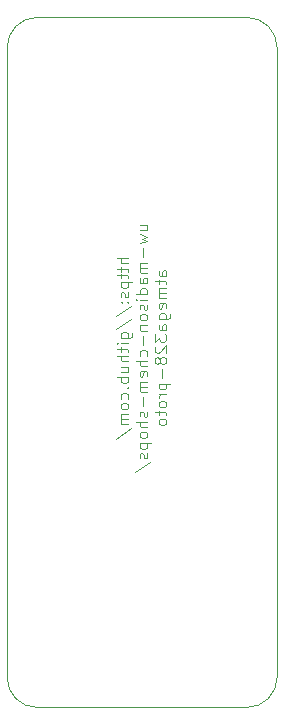
<source format=gbr>
%TF.GenerationSoftware,KiCad,Pcbnew,8.0.2*%
%TF.CreationDate,2024-05-09T17:00:38-05:00*%
%TF.ProjectId,atmega328-proto,61746d65-6761-4333-9238-2d70726f746f,A*%
%TF.SameCoordinates,Original*%
%TF.FileFunction,Legend,Bot*%
%TF.FilePolarity,Positive*%
%FSLAX46Y46*%
G04 Gerber Fmt 4.6, Leading zero omitted, Abs format (unit mm)*
G04 Created by KiCad (PCBNEW 8.0.2) date 2024-05-09 17:00:38*
%MOMM*%
%LPD*%
G01*
G04 APERTURE LIST*
%ADD10C,0.100000*%
%TA.AperFunction,Profile*%
%ADD11C,0.050000*%
%TD*%
G04 APERTURE END LIST*
D10*
X106797475Y-71168571D02*
X105797475Y-71168571D01*
X106797475Y-71597142D02*
X106273665Y-71597142D01*
X106273665Y-71597142D02*
X106178427Y-71549523D01*
X106178427Y-71549523D02*
X106130808Y-71454285D01*
X106130808Y-71454285D02*
X106130808Y-71311428D01*
X106130808Y-71311428D02*
X106178427Y-71216190D01*
X106178427Y-71216190D02*
X106226046Y-71168571D01*
X106130808Y-71930476D02*
X106130808Y-72311428D01*
X105797475Y-72073333D02*
X106654617Y-72073333D01*
X106654617Y-72073333D02*
X106749856Y-72120952D01*
X106749856Y-72120952D02*
X106797475Y-72216190D01*
X106797475Y-72216190D02*
X106797475Y-72311428D01*
X106130808Y-72501905D02*
X106130808Y-72882857D01*
X105797475Y-72644762D02*
X106654617Y-72644762D01*
X106654617Y-72644762D02*
X106749856Y-72692381D01*
X106749856Y-72692381D02*
X106797475Y-72787619D01*
X106797475Y-72787619D02*
X106797475Y-72882857D01*
X106130808Y-73216191D02*
X107130808Y-73216191D01*
X106178427Y-73216191D02*
X106130808Y-73311429D01*
X106130808Y-73311429D02*
X106130808Y-73501905D01*
X106130808Y-73501905D02*
X106178427Y-73597143D01*
X106178427Y-73597143D02*
X106226046Y-73644762D01*
X106226046Y-73644762D02*
X106321284Y-73692381D01*
X106321284Y-73692381D02*
X106606998Y-73692381D01*
X106606998Y-73692381D02*
X106702236Y-73644762D01*
X106702236Y-73644762D02*
X106749856Y-73597143D01*
X106749856Y-73597143D02*
X106797475Y-73501905D01*
X106797475Y-73501905D02*
X106797475Y-73311429D01*
X106797475Y-73311429D02*
X106749856Y-73216191D01*
X106749856Y-74073334D02*
X106797475Y-74168572D01*
X106797475Y-74168572D02*
X106797475Y-74359048D01*
X106797475Y-74359048D02*
X106749856Y-74454286D01*
X106749856Y-74454286D02*
X106654617Y-74501905D01*
X106654617Y-74501905D02*
X106606998Y-74501905D01*
X106606998Y-74501905D02*
X106511760Y-74454286D01*
X106511760Y-74454286D02*
X106464141Y-74359048D01*
X106464141Y-74359048D02*
X106464141Y-74216191D01*
X106464141Y-74216191D02*
X106416522Y-74120953D01*
X106416522Y-74120953D02*
X106321284Y-74073334D01*
X106321284Y-74073334D02*
X106273665Y-74073334D01*
X106273665Y-74073334D02*
X106178427Y-74120953D01*
X106178427Y-74120953D02*
X106130808Y-74216191D01*
X106130808Y-74216191D02*
X106130808Y-74359048D01*
X106130808Y-74359048D02*
X106178427Y-74454286D01*
X106702236Y-74930477D02*
X106749856Y-74978096D01*
X106749856Y-74978096D02*
X106797475Y-74930477D01*
X106797475Y-74930477D02*
X106749856Y-74882858D01*
X106749856Y-74882858D02*
X106702236Y-74930477D01*
X106702236Y-74930477D02*
X106797475Y-74930477D01*
X106178427Y-74930477D02*
X106226046Y-74978096D01*
X106226046Y-74978096D02*
X106273665Y-74930477D01*
X106273665Y-74930477D02*
X106226046Y-74882858D01*
X106226046Y-74882858D02*
X106178427Y-74930477D01*
X106178427Y-74930477D02*
X106273665Y-74930477D01*
X105749856Y-76120952D02*
X107035570Y-75263810D01*
X105749856Y-77168571D02*
X107035570Y-76311429D01*
X106130808Y-77930476D02*
X106940332Y-77930476D01*
X106940332Y-77930476D02*
X107035570Y-77882857D01*
X107035570Y-77882857D02*
X107083189Y-77835238D01*
X107083189Y-77835238D02*
X107130808Y-77740000D01*
X107130808Y-77740000D02*
X107130808Y-77597143D01*
X107130808Y-77597143D02*
X107083189Y-77501905D01*
X106749856Y-77930476D02*
X106797475Y-77835238D01*
X106797475Y-77835238D02*
X106797475Y-77644762D01*
X106797475Y-77644762D02*
X106749856Y-77549524D01*
X106749856Y-77549524D02*
X106702236Y-77501905D01*
X106702236Y-77501905D02*
X106606998Y-77454286D01*
X106606998Y-77454286D02*
X106321284Y-77454286D01*
X106321284Y-77454286D02*
X106226046Y-77501905D01*
X106226046Y-77501905D02*
X106178427Y-77549524D01*
X106178427Y-77549524D02*
X106130808Y-77644762D01*
X106130808Y-77644762D02*
X106130808Y-77835238D01*
X106130808Y-77835238D02*
X106178427Y-77930476D01*
X106797475Y-78406667D02*
X106130808Y-78406667D01*
X105797475Y-78406667D02*
X105845094Y-78359048D01*
X105845094Y-78359048D02*
X105892713Y-78406667D01*
X105892713Y-78406667D02*
X105845094Y-78454286D01*
X105845094Y-78454286D02*
X105797475Y-78406667D01*
X105797475Y-78406667D02*
X105892713Y-78406667D01*
X106130808Y-78740000D02*
X106130808Y-79120952D01*
X105797475Y-78882857D02*
X106654617Y-78882857D01*
X106654617Y-78882857D02*
X106749856Y-78930476D01*
X106749856Y-78930476D02*
X106797475Y-79025714D01*
X106797475Y-79025714D02*
X106797475Y-79120952D01*
X106797475Y-79454286D02*
X105797475Y-79454286D01*
X106797475Y-79882857D02*
X106273665Y-79882857D01*
X106273665Y-79882857D02*
X106178427Y-79835238D01*
X106178427Y-79835238D02*
X106130808Y-79740000D01*
X106130808Y-79740000D02*
X106130808Y-79597143D01*
X106130808Y-79597143D02*
X106178427Y-79501905D01*
X106178427Y-79501905D02*
X106226046Y-79454286D01*
X106130808Y-80787619D02*
X106797475Y-80787619D01*
X106130808Y-80359048D02*
X106654617Y-80359048D01*
X106654617Y-80359048D02*
X106749856Y-80406667D01*
X106749856Y-80406667D02*
X106797475Y-80501905D01*
X106797475Y-80501905D02*
X106797475Y-80644762D01*
X106797475Y-80644762D02*
X106749856Y-80740000D01*
X106749856Y-80740000D02*
X106702236Y-80787619D01*
X106797475Y-81263810D02*
X105797475Y-81263810D01*
X106178427Y-81263810D02*
X106130808Y-81359048D01*
X106130808Y-81359048D02*
X106130808Y-81549524D01*
X106130808Y-81549524D02*
X106178427Y-81644762D01*
X106178427Y-81644762D02*
X106226046Y-81692381D01*
X106226046Y-81692381D02*
X106321284Y-81740000D01*
X106321284Y-81740000D02*
X106606998Y-81740000D01*
X106606998Y-81740000D02*
X106702236Y-81692381D01*
X106702236Y-81692381D02*
X106749856Y-81644762D01*
X106749856Y-81644762D02*
X106797475Y-81549524D01*
X106797475Y-81549524D02*
X106797475Y-81359048D01*
X106797475Y-81359048D02*
X106749856Y-81263810D01*
X106702236Y-82168572D02*
X106749856Y-82216191D01*
X106749856Y-82216191D02*
X106797475Y-82168572D01*
X106797475Y-82168572D02*
X106749856Y-82120953D01*
X106749856Y-82120953D02*
X106702236Y-82168572D01*
X106702236Y-82168572D02*
X106797475Y-82168572D01*
X106749856Y-83073333D02*
X106797475Y-82978095D01*
X106797475Y-82978095D02*
X106797475Y-82787619D01*
X106797475Y-82787619D02*
X106749856Y-82692381D01*
X106749856Y-82692381D02*
X106702236Y-82644762D01*
X106702236Y-82644762D02*
X106606998Y-82597143D01*
X106606998Y-82597143D02*
X106321284Y-82597143D01*
X106321284Y-82597143D02*
X106226046Y-82644762D01*
X106226046Y-82644762D02*
X106178427Y-82692381D01*
X106178427Y-82692381D02*
X106130808Y-82787619D01*
X106130808Y-82787619D02*
X106130808Y-82978095D01*
X106130808Y-82978095D02*
X106178427Y-83073333D01*
X106797475Y-83644762D02*
X106749856Y-83549524D01*
X106749856Y-83549524D02*
X106702236Y-83501905D01*
X106702236Y-83501905D02*
X106606998Y-83454286D01*
X106606998Y-83454286D02*
X106321284Y-83454286D01*
X106321284Y-83454286D02*
X106226046Y-83501905D01*
X106226046Y-83501905D02*
X106178427Y-83549524D01*
X106178427Y-83549524D02*
X106130808Y-83644762D01*
X106130808Y-83644762D02*
X106130808Y-83787619D01*
X106130808Y-83787619D02*
X106178427Y-83882857D01*
X106178427Y-83882857D02*
X106226046Y-83930476D01*
X106226046Y-83930476D02*
X106321284Y-83978095D01*
X106321284Y-83978095D02*
X106606998Y-83978095D01*
X106606998Y-83978095D02*
X106702236Y-83930476D01*
X106702236Y-83930476D02*
X106749856Y-83882857D01*
X106749856Y-83882857D02*
X106797475Y-83787619D01*
X106797475Y-83787619D02*
X106797475Y-83644762D01*
X106797475Y-84406667D02*
X106130808Y-84406667D01*
X106226046Y-84406667D02*
X106178427Y-84454286D01*
X106178427Y-84454286D02*
X106130808Y-84549524D01*
X106130808Y-84549524D02*
X106130808Y-84692381D01*
X106130808Y-84692381D02*
X106178427Y-84787619D01*
X106178427Y-84787619D02*
X106273665Y-84835238D01*
X106273665Y-84835238D02*
X106797475Y-84835238D01*
X106273665Y-84835238D02*
X106178427Y-84882857D01*
X106178427Y-84882857D02*
X106130808Y-84978095D01*
X106130808Y-84978095D02*
X106130808Y-85120952D01*
X106130808Y-85120952D02*
X106178427Y-85216191D01*
X106178427Y-85216191D02*
X106273665Y-85263810D01*
X106273665Y-85263810D02*
X106797475Y-85263810D01*
X105749856Y-86454285D02*
X107035570Y-85597143D01*
X107740752Y-68787619D02*
X108407419Y-68787619D01*
X107740752Y-68359048D02*
X108264561Y-68359048D01*
X108264561Y-68359048D02*
X108359800Y-68406667D01*
X108359800Y-68406667D02*
X108407419Y-68501905D01*
X108407419Y-68501905D02*
X108407419Y-68644762D01*
X108407419Y-68644762D02*
X108359800Y-68740000D01*
X108359800Y-68740000D02*
X108312180Y-68787619D01*
X107740752Y-69168572D02*
X108407419Y-69359048D01*
X108407419Y-69359048D02*
X107931228Y-69549524D01*
X107931228Y-69549524D02*
X108407419Y-69740000D01*
X108407419Y-69740000D02*
X107740752Y-69930476D01*
X108026466Y-70311429D02*
X108026466Y-71073334D01*
X108407419Y-71549524D02*
X107740752Y-71549524D01*
X107835990Y-71549524D02*
X107788371Y-71597143D01*
X107788371Y-71597143D02*
X107740752Y-71692381D01*
X107740752Y-71692381D02*
X107740752Y-71835238D01*
X107740752Y-71835238D02*
X107788371Y-71930476D01*
X107788371Y-71930476D02*
X107883609Y-71978095D01*
X107883609Y-71978095D02*
X108407419Y-71978095D01*
X107883609Y-71978095D02*
X107788371Y-72025714D01*
X107788371Y-72025714D02*
X107740752Y-72120952D01*
X107740752Y-72120952D02*
X107740752Y-72263809D01*
X107740752Y-72263809D02*
X107788371Y-72359048D01*
X107788371Y-72359048D02*
X107883609Y-72406667D01*
X107883609Y-72406667D02*
X108407419Y-72406667D01*
X108407419Y-73311428D02*
X107883609Y-73311428D01*
X107883609Y-73311428D02*
X107788371Y-73263809D01*
X107788371Y-73263809D02*
X107740752Y-73168571D01*
X107740752Y-73168571D02*
X107740752Y-72978095D01*
X107740752Y-72978095D02*
X107788371Y-72882857D01*
X108359800Y-73311428D02*
X108407419Y-73216190D01*
X108407419Y-73216190D02*
X108407419Y-72978095D01*
X108407419Y-72978095D02*
X108359800Y-72882857D01*
X108359800Y-72882857D02*
X108264561Y-72835238D01*
X108264561Y-72835238D02*
X108169323Y-72835238D01*
X108169323Y-72835238D02*
X108074085Y-72882857D01*
X108074085Y-72882857D02*
X108026466Y-72978095D01*
X108026466Y-72978095D02*
X108026466Y-73216190D01*
X108026466Y-73216190D02*
X107978847Y-73311428D01*
X108407419Y-74216190D02*
X107407419Y-74216190D01*
X108359800Y-74216190D02*
X108407419Y-74120952D01*
X108407419Y-74120952D02*
X108407419Y-73930476D01*
X108407419Y-73930476D02*
X108359800Y-73835238D01*
X108359800Y-73835238D02*
X108312180Y-73787619D01*
X108312180Y-73787619D02*
X108216942Y-73740000D01*
X108216942Y-73740000D02*
X107931228Y-73740000D01*
X107931228Y-73740000D02*
X107835990Y-73787619D01*
X107835990Y-73787619D02*
X107788371Y-73835238D01*
X107788371Y-73835238D02*
X107740752Y-73930476D01*
X107740752Y-73930476D02*
X107740752Y-74120952D01*
X107740752Y-74120952D02*
X107788371Y-74216190D01*
X108407419Y-74692381D02*
X107740752Y-74692381D01*
X107407419Y-74692381D02*
X107455038Y-74644762D01*
X107455038Y-74644762D02*
X107502657Y-74692381D01*
X107502657Y-74692381D02*
X107455038Y-74740000D01*
X107455038Y-74740000D02*
X107407419Y-74692381D01*
X107407419Y-74692381D02*
X107502657Y-74692381D01*
X108359800Y-75120952D02*
X108407419Y-75216190D01*
X108407419Y-75216190D02*
X108407419Y-75406666D01*
X108407419Y-75406666D02*
X108359800Y-75501904D01*
X108359800Y-75501904D02*
X108264561Y-75549523D01*
X108264561Y-75549523D02*
X108216942Y-75549523D01*
X108216942Y-75549523D02*
X108121704Y-75501904D01*
X108121704Y-75501904D02*
X108074085Y-75406666D01*
X108074085Y-75406666D02*
X108074085Y-75263809D01*
X108074085Y-75263809D02*
X108026466Y-75168571D01*
X108026466Y-75168571D02*
X107931228Y-75120952D01*
X107931228Y-75120952D02*
X107883609Y-75120952D01*
X107883609Y-75120952D02*
X107788371Y-75168571D01*
X107788371Y-75168571D02*
X107740752Y-75263809D01*
X107740752Y-75263809D02*
X107740752Y-75406666D01*
X107740752Y-75406666D02*
X107788371Y-75501904D01*
X108407419Y-76120952D02*
X108359800Y-76025714D01*
X108359800Y-76025714D02*
X108312180Y-75978095D01*
X108312180Y-75978095D02*
X108216942Y-75930476D01*
X108216942Y-75930476D02*
X107931228Y-75930476D01*
X107931228Y-75930476D02*
X107835990Y-75978095D01*
X107835990Y-75978095D02*
X107788371Y-76025714D01*
X107788371Y-76025714D02*
X107740752Y-76120952D01*
X107740752Y-76120952D02*
X107740752Y-76263809D01*
X107740752Y-76263809D02*
X107788371Y-76359047D01*
X107788371Y-76359047D02*
X107835990Y-76406666D01*
X107835990Y-76406666D02*
X107931228Y-76454285D01*
X107931228Y-76454285D02*
X108216942Y-76454285D01*
X108216942Y-76454285D02*
X108312180Y-76406666D01*
X108312180Y-76406666D02*
X108359800Y-76359047D01*
X108359800Y-76359047D02*
X108407419Y-76263809D01*
X108407419Y-76263809D02*
X108407419Y-76120952D01*
X107740752Y-76882857D02*
X108407419Y-76882857D01*
X107835990Y-76882857D02*
X107788371Y-76930476D01*
X107788371Y-76930476D02*
X107740752Y-77025714D01*
X107740752Y-77025714D02*
X107740752Y-77168571D01*
X107740752Y-77168571D02*
X107788371Y-77263809D01*
X107788371Y-77263809D02*
X107883609Y-77311428D01*
X107883609Y-77311428D02*
X108407419Y-77311428D01*
X108026466Y-77787619D02*
X108026466Y-78549524D01*
X108359800Y-79454285D02*
X108407419Y-79359047D01*
X108407419Y-79359047D02*
X108407419Y-79168571D01*
X108407419Y-79168571D02*
X108359800Y-79073333D01*
X108359800Y-79073333D02*
X108312180Y-79025714D01*
X108312180Y-79025714D02*
X108216942Y-78978095D01*
X108216942Y-78978095D02*
X107931228Y-78978095D01*
X107931228Y-78978095D02*
X107835990Y-79025714D01*
X107835990Y-79025714D02*
X107788371Y-79073333D01*
X107788371Y-79073333D02*
X107740752Y-79168571D01*
X107740752Y-79168571D02*
X107740752Y-79359047D01*
X107740752Y-79359047D02*
X107788371Y-79454285D01*
X108407419Y-79882857D02*
X107407419Y-79882857D01*
X108407419Y-80311428D02*
X107883609Y-80311428D01*
X107883609Y-80311428D02*
X107788371Y-80263809D01*
X107788371Y-80263809D02*
X107740752Y-80168571D01*
X107740752Y-80168571D02*
X107740752Y-80025714D01*
X107740752Y-80025714D02*
X107788371Y-79930476D01*
X107788371Y-79930476D02*
X107835990Y-79882857D01*
X108359800Y-81168571D02*
X108407419Y-81073333D01*
X108407419Y-81073333D02*
X108407419Y-80882857D01*
X108407419Y-80882857D02*
X108359800Y-80787619D01*
X108359800Y-80787619D02*
X108264561Y-80740000D01*
X108264561Y-80740000D02*
X107883609Y-80740000D01*
X107883609Y-80740000D02*
X107788371Y-80787619D01*
X107788371Y-80787619D02*
X107740752Y-80882857D01*
X107740752Y-80882857D02*
X107740752Y-81073333D01*
X107740752Y-81073333D02*
X107788371Y-81168571D01*
X107788371Y-81168571D02*
X107883609Y-81216190D01*
X107883609Y-81216190D02*
X107978847Y-81216190D01*
X107978847Y-81216190D02*
X108074085Y-80740000D01*
X108407419Y-81644762D02*
X107740752Y-81644762D01*
X107835990Y-81644762D02*
X107788371Y-81692381D01*
X107788371Y-81692381D02*
X107740752Y-81787619D01*
X107740752Y-81787619D02*
X107740752Y-81930476D01*
X107740752Y-81930476D02*
X107788371Y-82025714D01*
X107788371Y-82025714D02*
X107883609Y-82073333D01*
X107883609Y-82073333D02*
X108407419Y-82073333D01*
X107883609Y-82073333D02*
X107788371Y-82120952D01*
X107788371Y-82120952D02*
X107740752Y-82216190D01*
X107740752Y-82216190D02*
X107740752Y-82359047D01*
X107740752Y-82359047D02*
X107788371Y-82454286D01*
X107788371Y-82454286D02*
X107883609Y-82501905D01*
X107883609Y-82501905D02*
X108407419Y-82501905D01*
X108026466Y-82978095D02*
X108026466Y-83740000D01*
X108359800Y-84168571D02*
X108407419Y-84263809D01*
X108407419Y-84263809D02*
X108407419Y-84454285D01*
X108407419Y-84454285D02*
X108359800Y-84549523D01*
X108359800Y-84549523D02*
X108264561Y-84597142D01*
X108264561Y-84597142D02*
X108216942Y-84597142D01*
X108216942Y-84597142D02*
X108121704Y-84549523D01*
X108121704Y-84549523D02*
X108074085Y-84454285D01*
X108074085Y-84454285D02*
X108074085Y-84311428D01*
X108074085Y-84311428D02*
X108026466Y-84216190D01*
X108026466Y-84216190D02*
X107931228Y-84168571D01*
X107931228Y-84168571D02*
X107883609Y-84168571D01*
X107883609Y-84168571D02*
X107788371Y-84216190D01*
X107788371Y-84216190D02*
X107740752Y-84311428D01*
X107740752Y-84311428D02*
X107740752Y-84454285D01*
X107740752Y-84454285D02*
X107788371Y-84549523D01*
X108407419Y-85025714D02*
X107407419Y-85025714D01*
X108407419Y-85454285D02*
X107883609Y-85454285D01*
X107883609Y-85454285D02*
X107788371Y-85406666D01*
X107788371Y-85406666D02*
X107740752Y-85311428D01*
X107740752Y-85311428D02*
X107740752Y-85168571D01*
X107740752Y-85168571D02*
X107788371Y-85073333D01*
X107788371Y-85073333D02*
X107835990Y-85025714D01*
X108407419Y-86073333D02*
X108359800Y-85978095D01*
X108359800Y-85978095D02*
X108312180Y-85930476D01*
X108312180Y-85930476D02*
X108216942Y-85882857D01*
X108216942Y-85882857D02*
X107931228Y-85882857D01*
X107931228Y-85882857D02*
X107835990Y-85930476D01*
X107835990Y-85930476D02*
X107788371Y-85978095D01*
X107788371Y-85978095D02*
X107740752Y-86073333D01*
X107740752Y-86073333D02*
X107740752Y-86216190D01*
X107740752Y-86216190D02*
X107788371Y-86311428D01*
X107788371Y-86311428D02*
X107835990Y-86359047D01*
X107835990Y-86359047D02*
X107931228Y-86406666D01*
X107931228Y-86406666D02*
X108216942Y-86406666D01*
X108216942Y-86406666D02*
X108312180Y-86359047D01*
X108312180Y-86359047D02*
X108359800Y-86311428D01*
X108359800Y-86311428D02*
X108407419Y-86216190D01*
X108407419Y-86216190D02*
X108407419Y-86073333D01*
X107740752Y-86835238D02*
X108740752Y-86835238D01*
X107788371Y-86835238D02*
X107740752Y-86930476D01*
X107740752Y-86930476D02*
X107740752Y-87120952D01*
X107740752Y-87120952D02*
X107788371Y-87216190D01*
X107788371Y-87216190D02*
X107835990Y-87263809D01*
X107835990Y-87263809D02*
X107931228Y-87311428D01*
X107931228Y-87311428D02*
X108216942Y-87311428D01*
X108216942Y-87311428D02*
X108312180Y-87263809D01*
X108312180Y-87263809D02*
X108359800Y-87216190D01*
X108359800Y-87216190D02*
X108407419Y-87120952D01*
X108407419Y-87120952D02*
X108407419Y-86930476D01*
X108407419Y-86930476D02*
X108359800Y-86835238D01*
X108359800Y-87692381D02*
X108407419Y-87787619D01*
X108407419Y-87787619D02*
X108407419Y-87978095D01*
X108407419Y-87978095D02*
X108359800Y-88073333D01*
X108359800Y-88073333D02*
X108264561Y-88120952D01*
X108264561Y-88120952D02*
X108216942Y-88120952D01*
X108216942Y-88120952D02*
X108121704Y-88073333D01*
X108121704Y-88073333D02*
X108074085Y-87978095D01*
X108074085Y-87978095D02*
X108074085Y-87835238D01*
X108074085Y-87835238D02*
X108026466Y-87740000D01*
X108026466Y-87740000D02*
X107931228Y-87692381D01*
X107931228Y-87692381D02*
X107883609Y-87692381D01*
X107883609Y-87692381D02*
X107788371Y-87740000D01*
X107788371Y-87740000D02*
X107740752Y-87835238D01*
X107740752Y-87835238D02*
X107740752Y-87978095D01*
X107740752Y-87978095D02*
X107788371Y-88073333D01*
X107359800Y-89263809D02*
X108645514Y-88406667D01*
X110017363Y-72668570D02*
X109493553Y-72668570D01*
X109493553Y-72668570D02*
X109398315Y-72620951D01*
X109398315Y-72620951D02*
X109350696Y-72525713D01*
X109350696Y-72525713D02*
X109350696Y-72335237D01*
X109350696Y-72335237D02*
X109398315Y-72239999D01*
X109969744Y-72668570D02*
X110017363Y-72573332D01*
X110017363Y-72573332D02*
X110017363Y-72335237D01*
X110017363Y-72335237D02*
X109969744Y-72239999D01*
X109969744Y-72239999D02*
X109874505Y-72192380D01*
X109874505Y-72192380D02*
X109779267Y-72192380D01*
X109779267Y-72192380D02*
X109684029Y-72239999D01*
X109684029Y-72239999D02*
X109636410Y-72335237D01*
X109636410Y-72335237D02*
X109636410Y-72573332D01*
X109636410Y-72573332D02*
X109588791Y-72668570D01*
X109350696Y-73001904D02*
X109350696Y-73382856D01*
X109017363Y-73144761D02*
X109874505Y-73144761D01*
X109874505Y-73144761D02*
X109969744Y-73192380D01*
X109969744Y-73192380D02*
X110017363Y-73287618D01*
X110017363Y-73287618D02*
X110017363Y-73382856D01*
X110017363Y-73716190D02*
X109350696Y-73716190D01*
X109445934Y-73716190D02*
X109398315Y-73763809D01*
X109398315Y-73763809D02*
X109350696Y-73859047D01*
X109350696Y-73859047D02*
X109350696Y-74001904D01*
X109350696Y-74001904D02*
X109398315Y-74097142D01*
X109398315Y-74097142D02*
X109493553Y-74144761D01*
X109493553Y-74144761D02*
X110017363Y-74144761D01*
X109493553Y-74144761D02*
X109398315Y-74192380D01*
X109398315Y-74192380D02*
X109350696Y-74287618D01*
X109350696Y-74287618D02*
X109350696Y-74430475D01*
X109350696Y-74430475D02*
X109398315Y-74525714D01*
X109398315Y-74525714D02*
X109493553Y-74573333D01*
X109493553Y-74573333D02*
X110017363Y-74573333D01*
X109969744Y-75430475D02*
X110017363Y-75335237D01*
X110017363Y-75335237D02*
X110017363Y-75144761D01*
X110017363Y-75144761D02*
X109969744Y-75049523D01*
X109969744Y-75049523D02*
X109874505Y-75001904D01*
X109874505Y-75001904D02*
X109493553Y-75001904D01*
X109493553Y-75001904D02*
X109398315Y-75049523D01*
X109398315Y-75049523D02*
X109350696Y-75144761D01*
X109350696Y-75144761D02*
X109350696Y-75335237D01*
X109350696Y-75335237D02*
X109398315Y-75430475D01*
X109398315Y-75430475D02*
X109493553Y-75478094D01*
X109493553Y-75478094D02*
X109588791Y-75478094D01*
X109588791Y-75478094D02*
X109684029Y-75001904D01*
X109350696Y-76335237D02*
X110160220Y-76335237D01*
X110160220Y-76335237D02*
X110255458Y-76287618D01*
X110255458Y-76287618D02*
X110303077Y-76239999D01*
X110303077Y-76239999D02*
X110350696Y-76144761D01*
X110350696Y-76144761D02*
X110350696Y-76001904D01*
X110350696Y-76001904D02*
X110303077Y-75906666D01*
X109969744Y-76335237D02*
X110017363Y-76239999D01*
X110017363Y-76239999D02*
X110017363Y-76049523D01*
X110017363Y-76049523D02*
X109969744Y-75954285D01*
X109969744Y-75954285D02*
X109922124Y-75906666D01*
X109922124Y-75906666D02*
X109826886Y-75859047D01*
X109826886Y-75859047D02*
X109541172Y-75859047D01*
X109541172Y-75859047D02*
X109445934Y-75906666D01*
X109445934Y-75906666D02*
X109398315Y-75954285D01*
X109398315Y-75954285D02*
X109350696Y-76049523D01*
X109350696Y-76049523D02*
X109350696Y-76239999D01*
X109350696Y-76239999D02*
X109398315Y-76335237D01*
X110017363Y-77239999D02*
X109493553Y-77239999D01*
X109493553Y-77239999D02*
X109398315Y-77192380D01*
X109398315Y-77192380D02*
X109350696Y-77097142D01*
X109350696Y-77097142D02*
X109350696Y-76906666D01*
X109350696Y-76906666D02*
X109398315Y-76811428D01*
X109969744Y-77239999D02*
X110017363Y-77144761D01*
X110017363Y-77144761D02*
X110017363Y-76906666D01*
X110017363Y-76906666D02*
X109969744Y-76811428D01*
X109969744Y-76811428D02*
X109874505Y-76763809D01*
X109874505Y-76763809D02*
X109779267Y-76763809D01*
X109779267Y-76763809D02*
X109684029Y-76811428D01*
X109684029Y-76811428D02*
X109636410Y-76906666D01*
X109636410Y-76906666D02*
X109636410Y-77144761D01*
X109636410Y-77144761D02*
X109588791Y-77239999D01*
X109017363Y-77620952D02*
X109017363Y-78239999D01*
X109017363Y-78239999D02*
X109398315Y-77906666D01*
X109398315Y-77906666D02*
X109398315Y-78049523D01*
X109398315Y-78049523D02*
X109445934Y-78144761D01*
X109445934Y-78144761D02*
X109493553Y-78192380D01*
X109493553Y-78192380D02*
X109588791Y-78239999D01*
X109588791Y-78239999D02*
X109826886Y-78239999D01*
X109826886Y-78239999D02*
X109922124Y-78192380D01*
X109922124Y-78192380D02*
X109969744Y-78144761D01*
X109969744Y-78144761D02*
X110017363Y-78049523D01*
X110017363Y-78049523D02*
X110017363Y-77763809D01*
X110017363Y-77763809D02*
X109969744Y-77668571D01*
X109969744Y-77668571D02*
X109922124Y-77620952D01*
X109112601Y-78620952D02*
X109064982Y-78668571D01*
X109064982Y-78668571D02*
X109017363Y-78763809D01*
X109017363Y-78763809D02*
X109017363Y-79001904D01*
X109017363Y-79001904D02*
X109064982Y-79097142D01*
X109064982Y-79097142D02*
X109112601Y-79144761D01*
X109112601Y-79144761D02*
X109207839Y-79192380D01*
X109207839Y-79192380D02*
X109303077Y-79192380D01*
X109303077Y-79192380D02*
X109445934Y-79144761D01*
X109445934Y-79144761D02*
X110017363Y-78573333D01*
X110017363Y-78573333D02*
X110017363Y-79192380D01*
X109445934Y-79763809D02*
X109398315Y-79668571D01*
X109398315Y-79668571D02*
X109350696Y-79620952D01*
X109350696Y-79620952D02*
X109255458Y-79573333D01*
X109255458Y-79573333D02*
X109207839Y-79573333D01*
X109207839Y-79573333D02*
X109112601Y-79620952D01*
X109112601Y-79620952D02*
X109064982Y-79668571D01*
X109064982Y-79668571D02*
X109017363Y-79763809D01*
X109017363Y-79763809D02*
X109017363Y-79954285D01*
X109017363Y-79954285D02*
X109064982Y-80049523D01*
X109064982Y-80049523D02*
X109112601Y-80097142D01*
X109112601Y-80097142D02*
X109207839Y-80144761D01*
X109207839Y-80144761D02*
X109255458Y-80144761D01*
X109255458Y-80144761D02*
X109350696Y-80097142D01*
X109350696Y-80097142D02*
X109398315Y-80049523D01*
X109398315Y-80049523D02*
X109445934Y-79954285D01*
X109445934Y-79954285D02*
X109445934Y-79763809D01*
X109445934Y-79763809D02*
X109493553Y-79668571D01*
X109493553Y-79668571D02*
X109541172Y-79620952D01*
X109541172Y-79620952D02*
X109636410Y-79573333D01*
X109636410Y-79573333D02*
X109826886Y-79573333D01*
X109826886Y-79573333D02*
X109922124Y-79620952D01*
X109922124Y-79620952D02*
X109969744Y-79668571D01*
X109969744Y-79668571D02*
X110017363Y-79763809D01*
X110017363Y-79763809D02*
X110017363Y-79954285D01*
X110017363Y-79954285D02*
X109969744Y-80049523D01*
X109969744Y-80049523D02*
X109922124Y-80097142D01*
X109922124Y-80097142D02*
X109826886Y-80144761D01*
X109826886Y-80144761D02*
X109636410Y-80144761D01*
X109636410Y-80144761D02*
X109541172Y-80097142D01*
X109541172Y-80097142D02*
X109493553Y-80049523D01*
X109493553Y-80049523D02*
X109445934Y-79954285D01*
X109636410Y-80573333D02*
X109636410Y-81335238D01*
X109350696Y-81811428D02*
X110350696Y-81811428D01*
X109398315Y-81811428D02*
X109350696Y-81906666D01*
X109350696Y-81906666D02*
X109350696Y-82097142D01*
X109350696Y-82097142D02*
X109398315Y-82192380D01*
X109398315Y-82192380D02*
X109445934Y-82239999D01*
X109445934Y-82239999D02*
X109541172Y-82287618D01*
X109541172Y-82287618D02*
X109826886Y-82287618D01*
X109826886Y-82287618D02*
X109922124Y-82239999D01*
X109922124Y-82239999D02*
X109969744Y-82192380D01*
X109969744Y-82192380D02*
X110017363Y-82097142D01*
X110017363Y-82097142D02*
X110017363Y-81906666D01*
X110017363Y-81906666D02*
X109969744Y-81811428D01*
X110017363Y-82716190D02*
X109350696Y-82716190D01*
X109541172Y-82716190D02*
X109445934Y-82763809D01*
X109445934Y-82763809D02*
X109398315Y-82811428D01*
X109398315Y-82811428D02*
X109350696Y-82906666D01*
X109350696Y-82906666D02*
X109350696Y-83001904D01*
X110017363Y-83478095D02*
X109969744Y-83382857D01*
X109969744Y-83382857D02*
X109922124Y-83335238D01*
X109922124Y-83335238D02*
X109826886Y-83287619D01*
X109826886Y-83287619D02*
X109541172Y-83287619D01*
X109541172Y-83287619D02*
X109445934Y-83335238D01*
X109445934Y-83335238D02*
X109398315Y-83382857D01*
X109398315Y-83382857D02*
X109350696Y-83478095D01*
X109350696Y-83478095D02*
X109350696Y-83620952D01*
X109350696Y-83620952D02*
X109398315Y-83716190D01*
X109398315Y-83716190D02*
X109445934Y-83763809D01*
X109445934Y-83763809D02*
X109541172Y-83811428D01*
X109541172Y-83811428D02*
X109826886Y-83811428D01*
X109826886Y-83811428D02*
X109922124Y-83763809D01*
X109922124Y-83763809D02*
X109969744Y-83716190D01*
X109969744Y-83716190D02*
X110017363Y-83620952D01*
X110017363Y-83620952D02*
X110017363Y-83478095D01*
X109350696Y-84097143D02*
X109350696Y-84478095D01*
X109017363Y-84240000D02*
X109874505Y-84240000D01*
X109874505Y-84240000D02*
X109969744Y-84287619D01*
X109969744Y-84287619D02*
X110017363Y-84382857D01*
X110017363Y-84382857D02*
X110017363Y-84478095D01*
X110017363Y-84954286D02*
X109969744Y-84859048D01*
X109969744Y-84859048D02*
X109922124Y-84811429D01*
X109922124Y-84811429D02*
X109826886Y-84763810D01*
X109826886Y-84763810D02*
X109541172Y-84763810D01*
X109541172Y-84763810D02*
X109445934Y-84811429D01*
X109445934Y-84811429D02*
X109398315Y-84859048D01*
X109398315Y-84859048D02*
X109350696Y-84954286D01*
X109350696Y-84954286D02*
X109350696Y-85097143D01*
X109350696Y-85097143D02*
X109398315Y-85192381D01*
X109398315Y-85192381D02*
X109445934Y-85240000D01*
X109445934Y-85240000D02*
X109541172Y-85287619D01*
X109541172Y-85287619D02*
X109826886Y-85287619D01*
X109826886Y-85287619D02*
X109922124Y-85240000D01*
X109922124Y-85240000D02*
X109969744Y-85192381D01*
X109969744Y-85192381D02*
X110017363Y-85097143D01*
X110017363Y-85097143D02*
X110017363Y-84954286D01*
D11*
X119380000Y-106680000D02*
G75*
G02*
X116840000Y-109220000I-2540000J0D01*
G01*
X116840000Y-50800000D02*
X99060000Y-50800000D01*
X99060000Y-109220000D02*
X116840000Y-109220000D01*
X99060000Y-109220000D02*
G75*
G02*
X96520000Y-106680000I0J2540000D01*
G01*
X119380000Y-53340000D02*
X119380000Y-106680000D01*
X96520000Y-53340000D02*
G75*
G02*
X99060000Y-50800000I2540000J0D01*
G01*
X116840000Y-50800000D02*
G75*
G02*
X119380000Y-53340000I0J-2540000D01*
G01*
X96520000Y-53340000D02*
X96520000Y-106680000D01*
M02*

</source>
